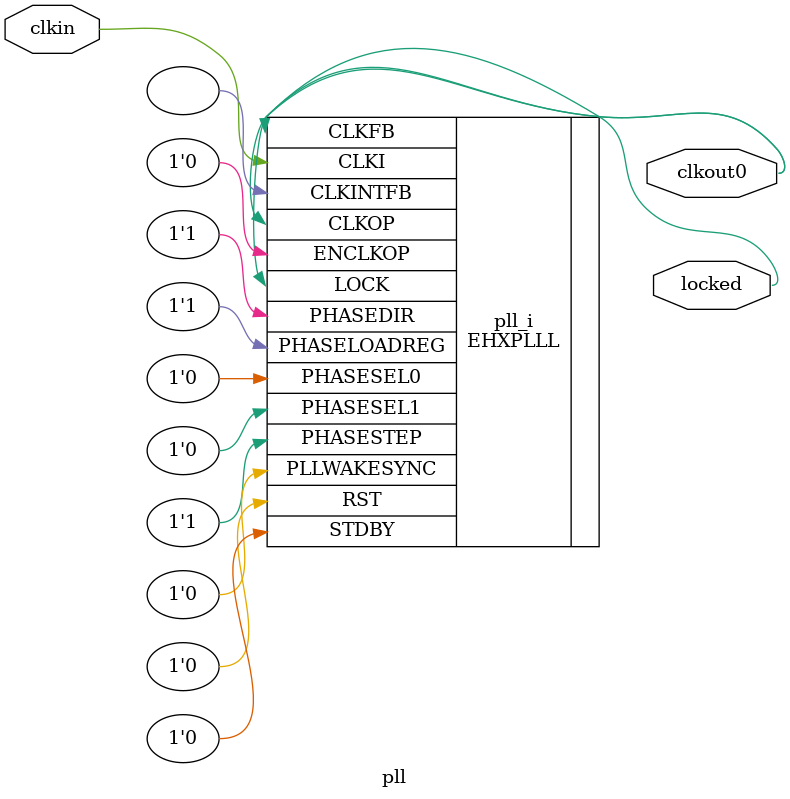
<source format=v>
module pll
(
    input clkin, // 25 MHz, 0 deg
    output clkout0, // 120 MHz, 0 deg
    output locked
);
(* FREQUENCY_PIN_CLKI="25" *)
(* FREQUENCY_PIN_CLKOP="120" *)
(* ICP_CURRENT="12" *) (* LPF_RESISTOR="8" *) (* MFG_ENABLE_FILTEROPAMP="1" *) (* MFG_GMCREF_SEL="2" *)
EHXPLLL #(
        .PLLRST_ENA("DISABLED"),
        .INTFB_WAKE("DISABLED"),
        .STDBY_ENABLE("DISABLED"),
        .DPHASE_SOURCE("DISABLED"),
        .OUTDIVIDER_MUXA("DIVA"),
        .OUTDIVIDER_MUXB("DIVB"),
        .OUTDIVIDER_MUXC("DIVC"),
        .OUTDIVIDER_MUXD("DIVD"),
        .CLKI_DIV(5),
        .CLKOP_ENABLE("ENABLED"),
        .CLKOP_DIV(5),
        .CLKOP_CPHASE(2),
        .CLKOP_FPHASE(0),
        .FEEDBK_PATH("CLKOP"),
        .CLKFB_DIV(24)
    ) pll_i (
        .RST(1'b0),
        .STDBY(1'b0),
        .CLKI(clkin),
        .CLKOP(clkout0),
        .CLKFB(clkout0),
        .CLKINTFB(),
        .PHASESEL0(1'b0),
        .PHASESEL1(1'b0),
        .PHASEDIR(1'b1),
        .PHASESTEP(1'b1),
        .PHASELOADREG(1'b1),
        .PLLWAKESYNC(1'b0),
        .ENCLKOP(1'b0),
        .LOCK(locked)
	);
endmodule

</source>
